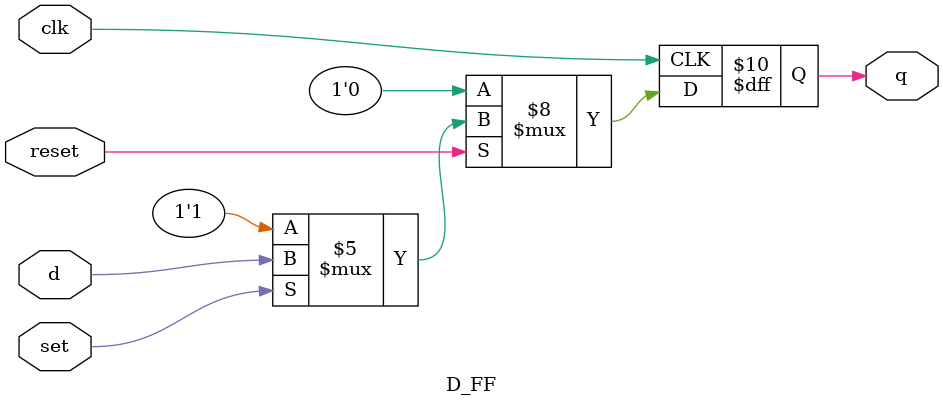
<source format=v>
`timescale 1ns / 1ps

//DFF with synchronous set and reset

module D_FF(
    input d, set,reset, clk,
    output reg q
    );
    
    // change condition to always @ (posedge clk or negedge set or negedge reset)
    // for asynchronous set and reset
    always @ (posedge clk)
    begin
        if (reset == 0)
            q <= 0;
        else if (set == 0)
            q <= 1;
        else
            q <= d;
    end
endmodule

</source>
